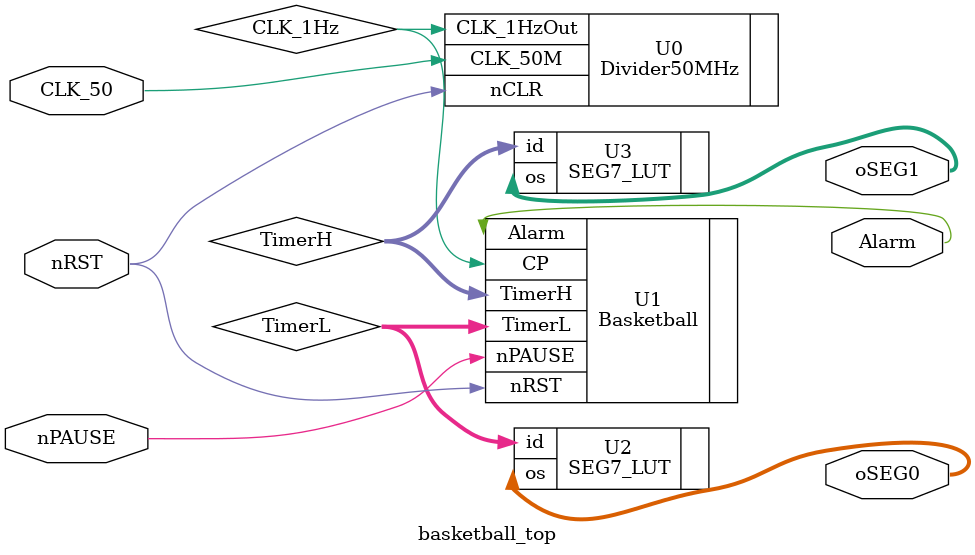
<source format=v>
module basketball_top(oSEG0,oSEG1,Alarm,nRST,nPAUSE,CLK_50);
//50MHz时钟信号
input CLK_50;
//复位、暂停信号
input nRST, nPAUSE;
//闹钟信号
output Alarm;
//数码管信号
output[6:0]oSEG0,oSEG1;
//中间变量
wire CLK_1Hz;
//中间变量//实例引用子模块 Divider50MHz，分频
wire [3:0]TimerH, TimerL;//计时器高低位
Divider50MHz U0(.CLK_50M(CLK_50),.nCLR(nRST),
//sw[0]
.CLK_1HzOut(CLK_1Hz));
//实例引用子模块 Basketbal1
Basketball U1(
.TimerH(TimerH),
.TimerL (TimerL),
//LEDG[0]//sw[o]
.Alarm(Alarm),
.nRST (nRST),
.nPAUSE (nPAUSE),
.CP(CLK_1Hz));
SEG7_LUT U2(
.os(oSEG0),
.id(TimerL));
SEG7_LUT U3 (
.os(oSEG1),
//sw[1]
//实例引用子模块 SEG7 LUT，显示
//实例引用子模块 SEG7 LUT
.id(TimerH));
endmodule

</source>
